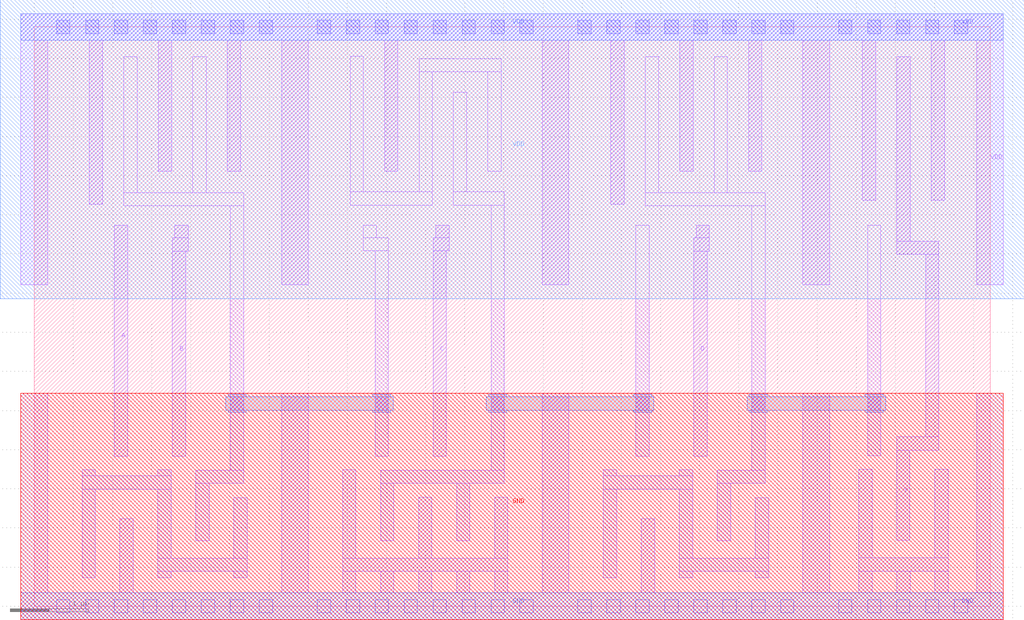
<source format=lef>
VERSION 5.7 ;
  NOWIREEXTENSIONATPIN ON ;
  DIVIDERCHAR "/" ;
  BUSBITCHARS "[]" ;
MACRO AOA4X1
  CLASS CORE ;
  FOREIGN AOA4X1 ;
  ORIGIN 0.000 0.000 ;
  SIZE 12.210 BY 7.400 ;
  SYMMETRY X Y R90 ;
  SITE unitrh ;
  PIN Y
    DIRECTION OUTPUT ;
    USE SIGNAL ;
    ANTENNADIFFAREA 0.771900 ;
    PORT
      LAYER li1 ;
        RECT 11.020 4.665 11.190 7.020 ;
        RECT 11.020 4.495 11.555 4.665 ;
        RECT 11.385 2.165 11.555 4.495 ;
        RECT 11.015 1.995 11.555 2.165 ;
        RECT 11.015 0.840 11.185 1.995 ;
    END
  END Y
  PIN A
    DIRECTION INPUT ;
    USE SIGNAL ;
    ANTENNAGATEAREA 1.033250 ;
    PORT
      LAYER li1 ;
        RECT 1.025 1.915 1.195 4.865 ;
    END
  END A
  PIN B
    DIRECTION INPUT ;
    USE SIGNAL ;
    ANTENNAGATEAREA 1.027250 ;
    PORT
      LAYER li1 ;
        RECT 1.795 4.710 1.965 4.865 ;
        RECT 1.765 4.535 1.965 4.710 ;
        RECT 1.765 1.915 1.935 4.535 ;
    END
  END B
  PIN C
    DIRECTION INPUT ;
    USE SIGNAL ;
    ANTENNAGATEAREA 1.026450 ;
    PORT
      LAYER li1 ;
        RECT 5.130 4.710 5.300 4.870 ;
        RECT 5.095 4.540 5.300 4.710 ;
        RECT 5.095 1.915 5.265 4.540 ;
    END
  END C
  PIN D
    DIRECTION INPUT ;
    USE SIGNAL ;
    ANTENNAGATEAREA 1.027250 ;
    PORT
      LAYER li1 ;
        RECT 8.455 4.710 8.625 4.865 ;
        RECT 8.425 4.535 8.625 4.710 ;
        RECT 8.425 1.915 8.595 4.535 ;
    END
  END D
  PIN VDD
    DIRECTION INOUT ;
    USE POWER ;
    SHAPE ABUTMENT ;
    PORT
      LAYER nwell ;
        RECT -0.435 3.930 12.645 7.750 ;
      LAYER li1 ;
        RECT -0.170 7.230 12.380 7.570 ;
        RECT -0.170 4.110 0.170 7.230 ;
        RECT 0.705 5.135 0.875 7.230 ;
        RECT 1.585 5.555 1.755 7.230 ;
        RECT 2.465 5.555 2.635 7.230 ;
        RECT 3.160 4.110 3.500 7.230 ;
        RECT 4.475 5.555 4.645 7.230 ;
        RECT 6.490 4.110 6.830 7.230 ;
        RECT 7.365 5.135 7.535 7.230 ;
        RECT 8.245 5.555 8.415 7.230 ;
        RECT 9.125 5.555 9.295 7.230 ;
        RECT 9.820 4.110 10.160 7.230 ;
        RECT 10.580 5.185 10.750 7.230 ;
        RECT 11.460 5.185 11.630 7.230 ;
        RECT 12.040 4.110 12.380 7.230 ;
      LAYER mcon ;
        RECT 0.285 7.315 0.455 7.485 ;
        RECT 0.655 7.315 0.825 7.485 ;
        RECT 1.025 7.315 1.195 7.485 ;
        RECT 1.395 7.315 1.565 7.485 ;
        RECT 1.765 7.315 1.935 7.485 ;
        RECT 2.135 7.315 2.305 7.485 ;
        RECT 2.505 7.315 2.675 7.485 ;
        RECT 2.875 7.315 3.045 7.485 ;
        RECT 3.615 7.315 3.785 7.485 ;
        RECT 3.985 7.315 4.155 7.485 ;
        RECT 4.355 7.315 4.525 7.485 ;
        RECT 4.725 7.315 4.895 7.485 ;
        RECT 5.095 7.315 5.265 7.485 ;
        RECT 5.465 7.315 5.635 7.485 ;
        RECT 5.835 7.315 6.005 7.485 ;
        RECT 6.205 7.315 6.375 7.485 ;
        RECT 6.945 7.315 7.115 7.485 ;
        RECT 7.315 7.315 7.485 7.485 ;
        RECT 7.685 7.315 7.855 7.485 ;
        RECT 8.055 7.315 8.225 7.485 ;
        RECT 8.425 7.315 8.595 7.485 ;
        RECT 8.795 7.315 8.965 7.485 ;
        RECT 9.165 7.315 9.335 7.485 ;
        RECT 9.535 7.315 9.705 7.485 ;
        RECT 10.275 7.315 10.445 7.485 ;
        RECT 10.645 7.315 10.815 7.485 ;
        RECT 11.015 7.315 11.185 7.485 ;
        RECT 11.385 7.315 11.555 7.485 ;
        RECT 11.755 7.315 11.925 7.485 ;
      LAYER met1 ;
        RECT -0.170 7.230 12.380 7.570 ;
    END
  END VDD
  PIN GND
    DIRECTION INOUT ;
    USE GROUND ;
    SHAPE ABUTMENT ;
    PORT
      LAYER pwell ;
        RECT -0.170 -0.170 12.380 2.720 ;
      LAYER li1 ;
        RECT -0.170 0.170 0.170 2.720 ;
        RECT 1.095 0.170 1.265 1.120 ;
        RECT 3.160 0.170 3.500 2.720 ;
        RECT 3.940 0.615 4.110 1.745 ;
        RECT 4.910 0.615 5.080 1.390 ;
        RECT 5.880 0.615 6.050 1.390 ;
        RECT 3.940 0.445 6.050 0.615 ;
        RECT 3.940 0.170 4.110 0.445 ;
        RECT 4.425 0.170 4.595 0.445 ;
        RECT 4.910 0.170 5.080 0.445 ;
        RECT 5.395 0.170 5.565 0.445 ;
        RECT 5.880 0.170 6.050 0.445 ;
        RECT 6.490 0.170 6.830 2.720 ;
        RECT 7.755 0.170 7.925 1.120 ;
        RECT 9.820 0.170 10.160 2.720 ;
        RECT 10.535 0.620 10.705 1.750 ;
        RECT 11.505 0.620 11.675 1.750 ;
        RECT 10.535 0.450 11.675 0.620 ;
        RECT 10.535 0.170 10.705 0.450 ;
        RECT 11.020 0.170 11.190 0.450 ;
        RECT 11.505 0.170 11.675 0.450 ;
        RECT 12.040 0.170 12.380 2.720 ;
        RECT -0.170 -0.170 12.380 0.170 ;
      LAYER mcon ;
        RECT 0.285 -0.085 0.455 0.085 ;
        RECT 0.655 -0.085 0.825 0.085 ;
        RECT 1.025 -0.085 1.195 0.085 ;
        RECT 1.395 -0.085 1.565 0.085 ;
        RECT 1.765 -0.085 1.935 0.085 ;
        RECT 2.135 -0.085 2.305 0.085 ;
        RECT 2.505 -0.085 2.675 0.085 ;
        RECT 2.875 -0.085 3.045 0.085 ;
        RECT 3.615 -0.085 3.785 0.085 ;
        RECT 3.985 -0.085 4.155 0.085 ;
        RECT 4.355 -0.085 4.525 0.085 ;
        RECT 4.725 -0.085 4.895 0.085 ;
        RECT 5.095 -0.085 5.265 0.085 ;
        RECT 5.465 -0.085 5.635 0.085 ;
        RECT 5.835 -0.085 6.005 0.085 ;
        RECT 6.205 -0.085 6.375 0.085 ;
        RECT 6.945 -0.085 7.115 0.085 ;
        RECT 7.315 -0.085 7.485 0.085 ;
        RECT 7.685 -0.085 7.855 0.085 ;
        RECT 8.055 -0.085 8.225 0.085 ;
        RECT 8.425 -0.085 8.595 0.085 ;
        RECT 8.795 -0.085 8.965 0.085 ;
        RECT 9.165 -0.085 9.335 0.085 ;
        RECT 9.535 -0.085 9.705 0.085 ;
        RECT 10.275 -0.085 10.445 0.085 ;
        RECT 10.645 -0.085 10.815 0.085 ;
        RECT 11.015 -0.085 11.185 0.085 ;
        RECT 11.385 -0.085 11.555 0.085 ;
        RECT 11.755 -0.085 11.925 0.085 ;
      LAYER met1 ;
        RECT -0.170 -0.170 12.380 0.170 ;
    END
  END GND
  OBS
      LAYER li1 ;
        RECT 1.145 5.285 1.315 7.020 ;
        RECT 2.025 5.285 2.195 7.020 ;
        RECT 4.035 5.295 4.205 7.025 ;
        RECT 4.915 6.825 5.965 6.995 ;
        RECT 4.915 5.295 5.085 6.825 ;
        RECT 1.145 5.115 2.675 5.285 ;
        RECT 4.035 5.125 5.085 5.295 ;
        RECT 5.355 5.295 5.525 6.565 ;
        RECT 5.795 5.555 5.965 6.825 ;
        RECT 5.355 5.125 6.005 5.295 ;
        RECT 0.610 1.665 0.780 1.745 ;
        RECT 1.580 1.665 1.750 1.745 ;
        RECT 2.505 1.740 2.675 5.115 ;
        RECT 4.200 4.710 4.370 4.870 ;
        RECT 4.200 4.540 4.525 4.710 ;
        RECT 4.355 1.915 4.525 4.540 ;
        RECT 5.835 1.740 6.005 5.125 ;
        RECT 7.805 5.285 7.975 7.020 ;
        RECT 8.685 5.285 8.855 7.020 ;
        RECT 7.805 5.115 9.335 5.285 ;
        RECT 7.685 1.915 7.855 4.865 ;
        RECT 0.610 1.495 1.750 1.665 ;
        RECT 0.610 0.365 0.780 1.495 ;
        RECT 1.580 0.615 1.750 1.495 ;
        RECT 2.065 1.570 2.675 1.740 ;
        RECT 4.425 1.570 6.005 1.740 ;
        RECT 7.270 1.665 7.440 1.745 ;
        RECT 8.240 1.665 8.410 1.745 ;
        RECT 9.165 1.740 9.335 5.115 ;
        RECT 10.645 1.920 10.815 4.865 ;
        RECT 2.065 0.835 2.235 1.570 ;
        RECT 2.550 0.615 2.720 1.385 ;
        RECT 4.425 0.835 4.595 1.570 ;
        RECT 5.395 0.835 5.565 1.570 ;
        RECT 7.270 1.495 8.410 1.665 ;
        RECT 1.580 0.445 2.720 0.615 ;
        RECT 1.580 0.365 1.750 0.445 ;
        RECT 2.550 0.365 2.720 0.445 ;
        RECT 7.270 0.365 7.440 1.495 ;
        RECT 8.240 0.615 8.410 1.495 ;
        RECT 8.725 1.570 9.335 1.740 ;
        RECT 8.725 0.835 8.895 1.570 ;
        RECT 9.210 0.615 9.380 1.385 ;
        RECT 8.240 0.445 9.380 0.615 ;
        RECT 8.240 0.365 8.410 0.445 ;
        RECT 9.210 0.365 9.380 0.445 ;
      LAYER mcon ;
        RECT 2.505 2.505 2.675 2.675 ;
        RECT 4.355 2.505 4.525 2.675 ;
        RECT 5.835 2.505 6.005 2.675 ;
        RECT 7.685 2.505 7.855 2.675 ;
        RECT 9.165 2.505 9.335 2.675 ;
        RECT 10.645 2.505 10.815 2.675 ;
      LAYER met1 ;
        RECT 2.475 2.675 2.705 2.705 ;
        RECT 4.325 2.675 4.555 2.705 ;
        RECT 5.805 2.675 6.035 2.705 ;
        RECT 7.655 2.675 7.885 2.705 ;
        RECT 9.135 2.675 9.365 2.705 ;
        RECT 10.615 2.675 10.845 2.705 ;
        RECT 2.445 2.505 4.585 2.675 ;
        RECT 5.775 2.505 7.915 2.675 ;
        RECT 9.105 2.505 10.875 2.675 ;
        RECT 2.475 2.475 2.705 2.505 ;
        RECT 4.325 2.475 4.555 2.505 ;
        RECT 5.805 2.475 6.035 2.505 ;
        RECT 7.655 2.475 7.885 2.505 ;
        RECT 9.135 2.475 9.365 2.505 ;
        RECT 10.615 2.475 10.845 2.505 ;
  END
END AOA4X1
END LIBRARY


</source>
